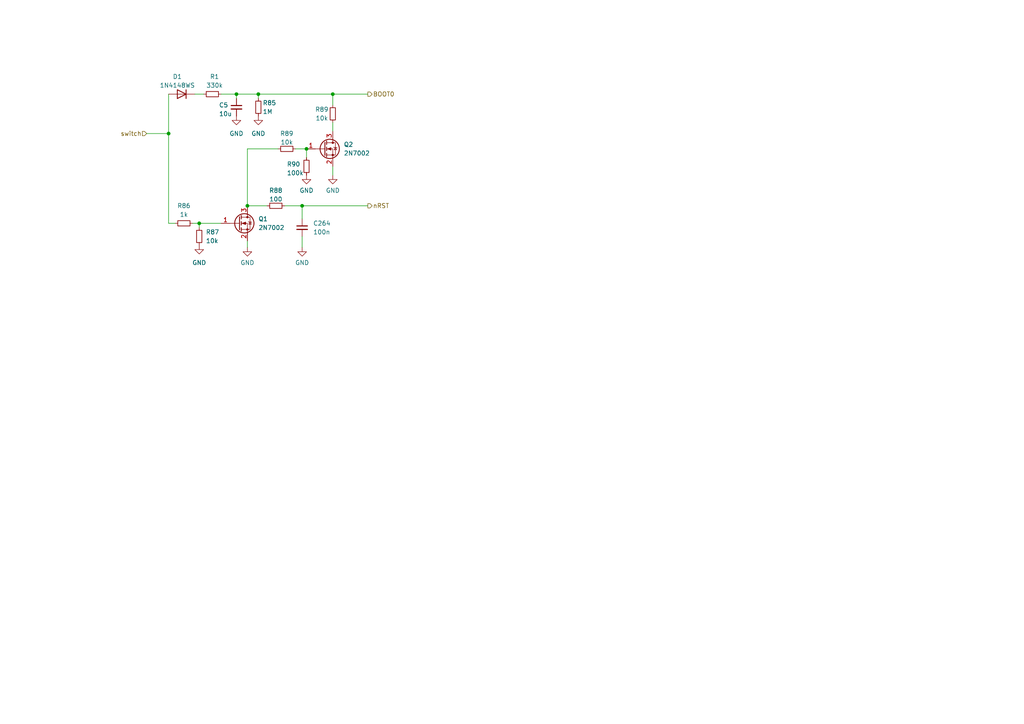
<source format=kicad_sch>
(kicad_sch (version 20230121) (generator eeschema)
  (paper "A4")
  (lib_symbols
    (symbol "Device:C_Small" (pin_numbers hide) (pin_names (offset 0.254) hide)
      (property "Reference" "C" (at 0.254 1.778 0))
      (property "Value" "C_Small" (at 0.254 -2.032 0))
      (symbol "C_Small_0_1"
        (polyline (pts (xy -1.524 -0.508) (xy 1.524 -0.508)) (stroke (width 0.3302)))
        (polyline (pts (xy -1.524 0.508) (xy 1.524 0.508)) (stroke (width 0.3048)))
      )
      (symbol "C_Small_1_1"
        (pin passive line (at 0 2.54 270) (length 2.032) (name "~") (number "1"))
        (pin passive line (at 0 -2.54 90) (length 2.032) (name "~") (number "2"))
      )
    )
    (symbol "Device:R_Small" (pin_numbers hide) (pin_names (offset 0.254) hide)
      (property "Reference" "R" (at 0.762 0.508 0))
      (property "Value" "R_Small" (at 0.762 -1.016 0))
      (symbol "R_Small_0_1"
        (rectangle (start -0.762 1.778) (end 0.762 -1.778) (stroke (width 0.2032)))
      )
      (symbol "R_Small_1_1"
        (pin passive line (at 0 2.54 270) (length 0.762) (name "~") (number "1"))
        (pin passive line (at 0 -2.54 90) (length 0.762) (name "~") (number "2"))
      )
    )
    (symbol "Diode:1N4148WS" (pin_numbers hide) (pin_names hide)
      (property "Reference" "D" (at 0 2.54 0))
      (property "Value" "1N4148WS" (at 0 -2.54 0))
      (symbol "1N4148WS_0_1"
        (polyline (pts (xy -1.27 1.27) (xy -1.27 -1.27)) (stroke (width 0.254)))
        (polyline (pts (xy 1.27 0) (xy -1.27 0)))
        (polyline (pts (xy 1.27 1.27) (xy 1.27 -1.27) (xy -1.27 0) (xy 1.27 1.27)) (stroke (width 0.254)))
      )
      (symbol "1N4148WS_1_1"
        (pin passive line (at -3.81 0 0) (length 2.54) (name "K") (number "1"))
        (pin passive line (at 3.81 0 180) (length 2.54) (name "A") (number "2"))
      )
    )
    (symbol "Transistor_FET:2N7002" (pin_names hide)
      (property "Reference" "Q" (at 5.08 1.905 0))
      (property "Value" "2N7002" (at 5.08 0 0))
      (symbol "2N7002_0_1"
        (polyline (pts (xy 0.254 0) (xy -2.54 0)))
        (polyline (pts (xy 0.254 1.905) (xy 0.254 -1.905)) (stroke (width 0.254)))
        (polyline (pts (xy 0.762 -1.27) (xy 0.762 -2.286)) (stroke (width 0.254)))
        (polyline (pts (xy 0.762 0.508) (xy 0.762 -0.508)) (stroke (width 0.254)))
        (polyline (pts (xy 0.762 2.286) (xy 0.762 1.27)) (stroke (width 0.254)))
        (polyline (pts (xy 2.54 2.54) (xy 2.54 1.778)))
        (polyline (pts (xy 2.54 -2.54) (xy 2.54 0) (xy 0.762 0)))
        (polyline (pts (xy 0.762 -1.778) (xy 3.302 -1.778) (xy 3.302 1.778) (xy 0.762 1.778)))
        (polyline (pts (xy 1.016 0) (xy 2.032 0.381) (xy 2.032 -0.381) (xy 1.016 0)) (fill (type outline)))
        (polyline (pts (xy 2.794 0.508) (xy 2.921 0.381) (xy 3.683 0.381) (xy 3.81 0.254)))
        (polyline (pts (xy 3.302 0.381) (xy 2.921 -0.254) (xy 3.683 -0.254) (xy 3.302 0.381)))
        (circle (center 1.651 0) (radius 2.794) (stroke (width 0.254)))
        (circle (center 2.54 -1.778) (radius 0.254) (fill (type outline)))
        (circle (center 2.54 1.778) (radius 0.254) (fill (type outline)))
      )
      (symbol "2N7002_1_1"
        (pin input line (at -5.08 0 0) (length 2.54) (name "G") (number "1"))
        (pin passive line (at 2.54 -5.08 90) (length 2.54) (name "S") (number "2"))
        (pin passive line (at 2.54 5.08 270) (length 2.54) (name "D") (number "3"))
      )
    )
    (symbol "power:GND" (power) (pin_names (offset 0))
      (property "Value" "GND" (at 0 -3.81 0))
      (symbol "GND_0_1"
        (polyline (pts (xy 0 0) (xy 0 -1.27) (xy 1.27 -1.27) (xy 0 -2.54) (xy -1.27 -1.27) (xy 0 -1.27)))
      )
      (symbol "GND_1_1"
        (pin power_in line (at 0 0 270) (length 0) hide (name "GND") (number "1"))
      )
    )
  )
  (junction (at 57.785 64.77))
  (junction (at 88.9 43.18))
  (junction (at 96.52 27.305))
  (junction (at 71.755 59.69))
  (junction (at 48.895 38.735))
  (junction (at 87.63 59.69))
  (junction (at 74.93 27.305))
  (junction (at 68.58 27.305))
  (wire (pts (xy 74.93 27.305) (xy 68.58 27.305)))
  (wire (pts (xy 48.895 64.77) (xy 50.8 64.77)))
  (wire (pts (xy 82.55 59.69) (xy 87.63 59.69)))
  (wire (pts (xy 71.755 43.18) (xy 71.755 59.69)))
  (wire (pts (xy 96.52 27.305) (xy 106.68 27.305)))
  (wire (pts (xy 42.545 38.735) (xy 48.895 38.735)))
  (wire (pts (xy 71.755 43.18) (xy 80.645 43.18)))
  (wire (pts (xy 55.88 64.77) (xy 57.785 64.77)))
  (wire (pts (xy 85.725 43.18) (xy 88.9 43.18)))
  (wire (pts (xy 96.52 27.305) (xy 74.93 27.305)))
  (wire (pts (xy 96.52 50.8) (xy 96.52 48.26)))
  (wire (pts (xy 87.63 59.69) (xy 87.63 63.5)))
  (wire (pts (xy 71.755 71.755) (xy 71.755 69.85)))
  (wire (pts (xy 59.055 27.305) (xy 56.515 27.305)))
  (wire (pts (xy 57.785 64.77) (xy 64.135 64.77)))
  (wire (pts (xy 96.52 35.56) (xy 96.52 38.1)))
  (wire (pts (xy 48.895 27.305) (xy 48.895 38.735)))
  (wire (pts (xy 87.63 59.69) (xy 106.68 59.69)))
  (wire (pts (xy 87.63 68.58) (xy 87.63 71.755)))
  (wire (pts (xy 74.93 28.575) (xy 74.93 27.305)))
  (wire (pts (xy 88.9 45.72) (xy 88.9 43.18)))
  (wire (pts (xy 71.755 59.69) (xy 77.47 59.69)))
  (wire (pts (xy 57.785 64.77) (xy 57.785 66.04)))
  (wire (pts (xy 48.895 38.735) (xy 48.895 64.77)))
  (wire (pts (xy 68.58 27.305) (xy 68.58 28.575)))
  (wire (pts (xy 96.52 30.48) (xy 96.52 27.305)))
  (wire (pts (xy 64.135 27.305) (xy 68.58 27.305)))
  (hierarchical_label "nRST" (shape output) (at 106.68 59.69 0))
  (hierarchical_label "BOOT0" (shape output) (at 106.68 27.305 0))
  (hierarchical_label "switch" (shape input) (at 42.545 38.735 180))
  (symbol (lib_id "Device:R_Small") (at 83.185 43.18 90) (unit 1)
    (property "Reference" "R89" (at 83.185 38.735 90))
    (property "Value" "10k" (at 83.185 41.275 90))
    (property "Footprint" "Resistor_SMD:R_0402_1005Metric" (effects hide))
    (instances (project "MoonBoard" (path "" (reference "R89") (unit 1)) (path "" (reference "R86") (unit 1))))
  )
  (symbol (lib_id "Device:C_Small") (at 87.63 66.04 0) (unit 1)
    (property "Reference" "C264" (at 90.805 64.7763 0) (effects (justify left)))
    (property "Value" "100n" (at 90.805 67.3163 0) (effects (justify left)))
    (property "Footprint" "Capacitor_SMD:C_0402_1005Metric" (effects hide))
    (instances (project "MoonBoard" (path "" (reference "C264") (unit 1)) (path "" (reference "C183") (unit 1))))
  )
  (symbol (lib_id "Device:R_Small") (at 53.34 64.77 90) (unit 1)
    (property "Reference" "R86" (at 53.34 59.69 90))
    (property "Value" "1k" (at 53.34 62.23 90))
    (property "Footprint" "Resistor_SMD:R_0402_1005Metric" (effects hide))
    (instances (project "MoonBoard" (path "" (reference "R86") (unit 1)) (path "" (reference "R89") (unit 1))))
  )
  (symbol (lib_id "power:GND") (at 68.58 33.655 0) (unit 1)
    (property "Reference" "#PWR0368" (effects hide))
    (property "Value" "GND" (at 68.58 38.735 0))
  )
  (symbol (lib_id "Device:R_Small") (at 88.9 48.26 0) (unit 1)
    (property "Reference" "R90" (at 83.185 47.625 0) (effects (justify left)))
    (property "Value" "100k" (at 83.185 50.165 0) (effects (justify left)))
    (property "Footprint" "Resistor_SMD:R_0402_1005Metric" (effects hide))
    (instances (project "MoonBoard" (path "" (reference "R90") (unit 1)) (path "" (reference "R87") (unit 1))))
  )
  (symbol (lib_id "Device:C_Small") (at 68.58 31.115 0) (unit 1)
    (property "Reference" "C5" (at 63.5 30.48 0) (effects (justify left)))
    (property "Value" "10u" (at 63.5 33.02 0) (effects (justify left)))
    (property "Footprint" "Capacitor_SMD:C_1206_3216Metric" (effects hide))
    (instances (project "MoonBoard" (path "" (reference "C5") (unit 1)) (path "" (reference "C182") (unit 1))))
  )
  (symbol (lib_id "Device:R_Small") (at 80.01 59.69 90) (unit 1)
    (property "Reference" "R88" (at 80.01 55.245 90))
    (property "Value" "100" (at 80.01 57.785 90))
    (property "Footprint" "Resistor_SMD:R_0402_1005Metric" (effects hide))
  )
  (symbol (lib_id "power:GND") (at 74.93 33.655 0) (unit 1)
    (property "Reference" "#PWR0369" (effects hide))
    (property "Value" "GND" (at 74.93 38.735 0))
  )
  (symbol (lib_id "power:GND") (at 88.9 50.8 0) (unit 1)
    (property "Reference" "#PWR0616" (effects hide))
    (property "Value" "GND" (at 88.9 55.245 0))
    (instances (project "MoonBoard" (path "" (reference "#PWR0616") (unit 1)) (path "" (reference "#PWR0370") (unit 1))))
  )
  (symbol (lib_id "power:GND") (at 57.785 71.12 0) (unit 1)
    (property "Reference" "#PWR0614" (effects hide))
    (property "Value" "GND" (at 57.785 76.2 0))
    (instances (project "MoonBoard" (path "" (reference "#PWR0614") (unit 1)) (path "" (reference "#PWR0372") (unit 1))))
  )
  (symbol (lib_id "Transistor_FET:2N7002") (at 69.215 64.77 0) (unit 1)
    (property "Reference" "Q1" (at 74.93 63.5 0) (effects (justify left)))
    (property "Value" "2N7002" (at 74.93 66.04 0) (effects (justify left)))
    (property "Footprint" "Package_TO_SOT_SMD:SOT-23" (effects hide))
    (property "Datasheet" "https://www.onsemi.com/pub/Collateral/NDS7002A-D.PDF" (effects hide))
    (instances (project "MoonBoard" (path "" (reference "Q1") (unit 1)) (path "" (reference "Q2") (unit 1))))
  )
  (symbol (lib_id "power:GND") (at 71.755 71.755 0) (unit 1)
    (property "Reference" "#PWR0613" (effects hide))
    (property "Value" "GND" (at 71.755 76.2 0))
    (instances (project "MoonBoard" (path "" (reference "#PWR0613") (unit 1)) (path "" (reference "#PWR0373") (unit 1))))
  )
  (symbol (lib_id "Device:R_Small") (at 96.52 33.02 180) (unit 1)
    (property "Reference" "R89" (at 93.345 31.75 0))
    (property "Value" "10k" (at 93.345 34.29 0))
    (property "Footprint" "Resistor_SMD:R_0402_1005Metric" (effects hide))
    (instances (project "MoonBoard" (path "" (reference "R89") (unit 1)) (path "" (reference "R85") (unit 1))))
  )
  (symbol (lib_id "power:GND") (at 96.52 50.8 0) (unit 1)
    (property "Reference" "#PWR0616" (effects hide))
    (property "Value" "GND" (at 96.52 55.245 0))
    (instances (project "MoonBoard" (path "" (reference "#PWR0616") (unit 1)) (path "" (reference "#PWR0371") (unit 1))))
  )
  (symbol (lib_id "Device:R_Small") (at 74.93 31.115 0) (unit 1)
    (property "Reference" "R85" (at 76.2 29.845 0) (effects (justify left)))
    (property "Value" "1M" (at 76.2 32.385 0) (effects (justify left)))
    (property "Footprint" "Resistor_SMD:R_0402_1005Metric" (effects hide))
    (instances (project "MoonBoard" (path "" (reference "R85") (unit 1)) (path "" (reference "R84") (unit 1))))
  )
  (symbol (lib_id "Device:R_Small") (at 57.785 68.58 0) (unit 1)
    (property "Reference" "R87" (at 59.69 67.31 0) (effects (justify left)))
    (property "Value" "10k" (at 59.69 69.85 0) (effects (justify left)))
    (property "Footprint" "Resistor_SMD:R_0402_1005Metric" (effects hide))
    (instances (project "MoonBoard" (path "" (reference "R87") (unit 1)) (path "" (reference "R90") (unit 1))))
  )
  (symbol (lib_id "Transistor_FET:2N7002") (at 93.98 43.18 0) (unit 1)
    (property "Reference" "Q2" (at 99.695 41.91 0) (effects (justify left)))
    (property "Value" "2N7002" (at 99.695 44.45 0) (effects (justify left)))
    (property "Footprint" "Package_TO_SOT_SMD:SOT-23" (effects hide))
    (property "Datasheet" "https://www.onsemi.com/pub/Collateral/NDS7002A-D.PDF" (effects hide))
    (instances (project "MoonBoard" (path "" (reference "Q2") (unit 1)) (path "" (reference "Q1") (unit 1))))
  )
  (symbol (lib_id "Device:R_Small") (at 61.595 27.305 90) (unit 1)
    (property "Reference" "R1" (at 62.23 22.225 90))
    (property "Value" "330k" (at 62.23 24.765 90))
    (property "Footprint" "Resistor_SMD:R_0402_1005Metric" (effects hide))
    (instances (project "MoonBoard" (path "" (reference "R1") (unit 1)) (path "" (reference "R83") (unit 1))))
  )
  (symbol (lib_id "power:GND") (at 87.63 71.755 0) (unit 1)
    (property "Reference" "#PWR0615" (effects hide))
    (property "Value" "GND" (at 87.63 76.2 0))
    (instances (project "MoonBoard" (path "" (reference "#PWR0615") (unit 1)) (path "" (reference "#PWR0374") (unit 1))))
  )
  (symbol (lib_id "Diode:1N4148WS") (at 52.705 27.305 180) (unit 1)
    (property "Reference" "D1" (at 51.435 22.225 0))
    (property "Value" "1N4148WS" (at 51.435 24.765 0))
    (property "Footprint" "Diode_SMD:D_SOD-323" (effects hide))
    (property "Datasheet" "https://www.vishay.com/docs/85751/1n4148ws.pdf" (effects hide))
    (property "Sim.Device" "D" (effects hide))
    (property "Sim.Pins" "1=K 2=A" (effects hide))
  )
)
</source>
